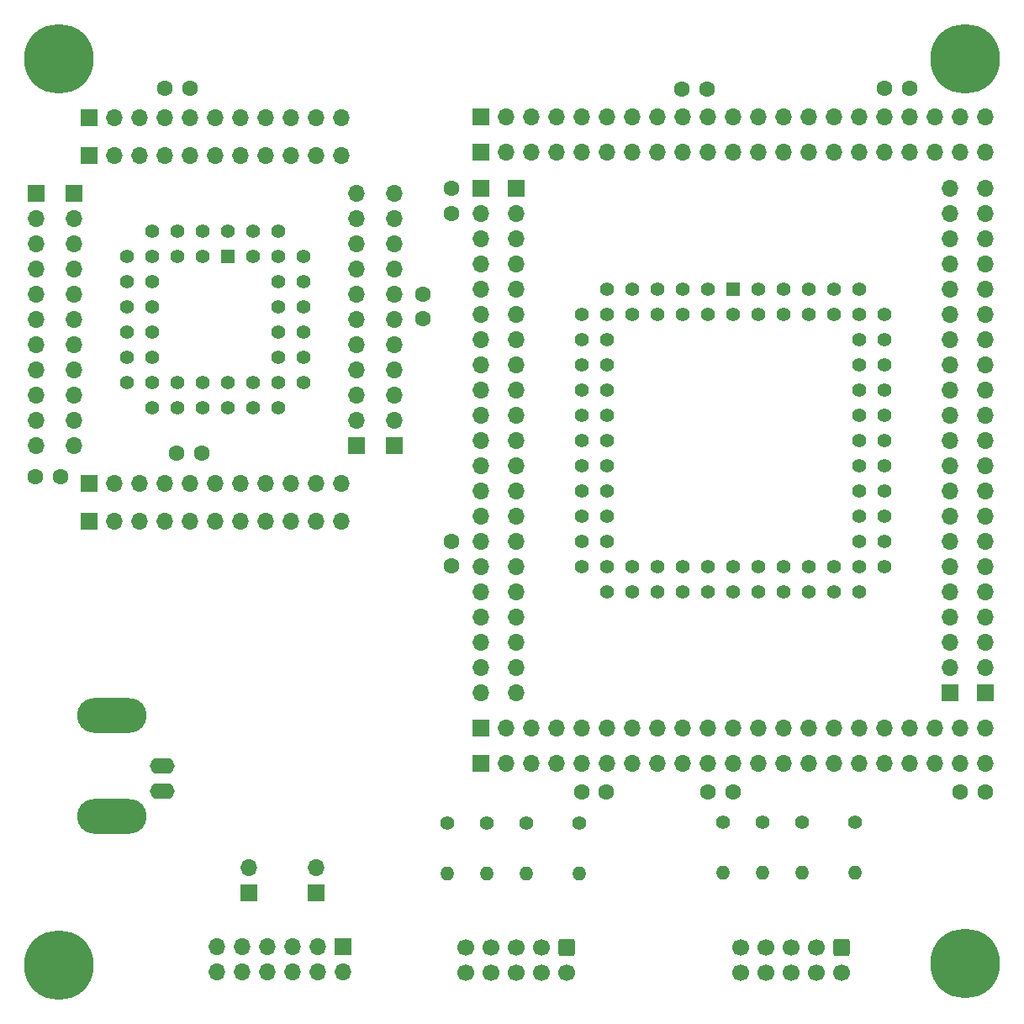
<source format=gts>
G04 #@! TF.GenerationSoftware,KiCad,Pcbnew,8.0.3+1*
G04 #@! TF.CreationDate,2024-08-08T21:54:27+02:00*
G04 #@! TF.ProjectId,EpmDevBoard,45706d44-6576-4426-9f61-72642e6b6963,rev?*
G04 #@! TF.SameCoordinates,Original*
G04 #@! TF.FileFunction,Soldermask,Top*
G04 #@! TF.FilePolarity,Negative*
%FSLAX46Y46*%
G04 Gerber Fmt 4.6, Leading zero omitted, Abs format (unit mm)*
G04 Created by KiCad (PCBNEW 8.0.3+1) date 2024-08-08 21:54:27*
%MOMM*%
%LPD*%
G01*
G04 APERTURE LIST*
G04 Aperture macros list*
%AMRoundRect*
0 Rectangle with rounded corners*
0 $1 Rounding radius*
0 $2 $3 $4 $5 $6 $7 $8 $9 X,Y pos of 4 corners*
0 Add a 4 corners polygon primitive as box body*
4,1,4,$2,$3,$4,$5,$6,$7,$8,$9,$2,$3,0*
0 Add four circle primitives for the rounded corners*
1,1,$1+$1,$2,$3*
1,1,$1+$1,$4,$5*
1,1,$1+$1,$6,$7*
1,1,$1+$1,$8,$9*
0 Add four rect primitives between the rounded corners*
20,1,$1+$1,$2,$3,$4,$5,0*
20,1,$1+$1,$4,$5,$6,$7,0*
20,1,$1+$1,$6,$7,$8,$9,0*
20,1,$1+$1,$8,$9,$2,$3,0*%
G04 Aperture macros list end*
%ADD10O,1.700000X1.700000*%
%ADD11R,1.700000X1.700000*%
%ADD12O,1.400000X1.400000*%
%ADD13C,1.400000*%
%ADD14C,7.000000*%
%ADD15C,1.422400*%
%ADD16R,1.422400X1.422400*%
%ADD17C,1.600000*%
%ADD18C,1.700000*%
%ADD19RoundRect,0.250000X-0.600000X0.600000X-0.600000X-0.600000X0.600000X-0.600000X0.600000X0.600000X0*%
%ADD20O,7.000000X3.500000*%
%ADD21O,2.500000X1.600000*%
G04 APERTURE END LIST*
D10*
X73406000Y-162418500D03*
D11*
X73406000Y-164958500D03*
D10*
X70206000Y-172933500D03*
X70206000Y-170393500D03*
X72746000Y-172933500D03*
X72746000Y-170393500D03*
X75286000Y-172933500D03*
X75286000Y-170393500D03*
X77826000Y-172933500D03*
X77826000Y-170393500D03*
X80366000Y-172933500D03*
X80366000Y-170393500D03*
X82906000Y-172933500D03*
D11*
X82906000Y-170393500D03*
D12*
X129131000Y-162953500D03*
D13*
X129131000Y-157873500D03*
D10*
X100296000Y-144762800D03*
X100296000Y-142222800D03*
X100296000Y-139682800D03*
X100296000Y-137142800D03*
X100296000Y-134602800D03*
X100296000Y-132062800D03*
X100296000Y-129522800D03*
X100296000Y-126982800D03*
X100296000Y-124442800D03*
X100296000Y-121902800D03*
X100296000Y-119362800D03*
X100296000Y-116822800D03*
X100296000Y-114282800D03*
X100296000Y-111742800D03*
X100296000Y-109202800D03*
X100296000Y-106662800D03*
X100296000Y-104122800D03*
X100296000Y-101582800D03*
X100296000Y-99042800D03*
X100296000Y-96502800D03*
D11*
X100296000Y-93962800D03*
D10*
X55810000Y-119865000D03*
X55810000Y-117325000D03*
X55810000Y-114785000D03*
X55810000Y-112245000D03*
X55810000Y-109705000D03*
X55810000Y-107165000D03*
X55810000Y-104625000D03*
X55810000Y-102085000D03*
X55810000Y-99545000D03*
X55810000Y-97005000D03*
D11*
X55810000Y-94465000D03*
D14*
X54300000Y-81000000D03*
D15*
X71304000Y-98275000D03*
X73844000Y-100815000D03*
X73844000Y-98275000D03*
X76384000Y-100815000D03*
X76384000Y-98275000D03*
X78924000Y-100815000D03*
X76384000Y-103355000D03*
X78924000Y-103355000D03*
X76384000Y-105895000D03*
X78924000Y-105895000D03*
X76384000Y-108435000D03*
X78924000Y-108435000D03*
X76384000Y-110975000D03*
X78924000Y-110975000D03*
X76384000Y-113515000D03*
X78924000Y-113515000D03*
X76384000Y-116055000D03*
X73844000Y-113515000D03*
X73844000Y-116055000D03*
X71304000Y-113515000D03*
X71304000Y-116055000D03*
X68764000Y-113515000D03*
X68764000Y-116055000D03*
X66224000Y-113515000D03*
X66224000Y-116055000D03*
X63684000Y-113515000D03*
X63684000Y-116055000D03*
X61144000Y-113515000D03*
X63684000Y-110975000D03*
X61144000Y-110975000D03*
X63684000Y-108435000D03*
X61144000Y-108435000D03*
X63684000Y-105895000D03*
X61144000Y-105895000D03*
X63684000Y-103355000D03*
X61144000Y-103355000D03*
X63684000Y-100815000D03*
X61144000Y-100815000D03*
X63684000Y-98275000D03*
X66224000Y-100815000D03*
X66224000Y-98275000D03*
X68764000Y-100815000D03*
X68764000Y-98275000D03*
D16*
X71304000Y-100815000D03*
D10*
X82734000Y-90655000D03*
X80194000Y-90655000D03*
X77654000Y-90655000D03*
X75114000Y-90655000D03*
X72574000Y-90655000D03*
X70034000Y-90655000D03*
X67494000Y-90655000D03*
X64954000Y-90655000D03*
X62414000Y-90655000D03*
X59874000Y-90655000D03*
D11*
X57334000Y-90655000D03*
D10*
X147540000Y-93962800D03*
X147540000Y-96502800D03*
X147540000Y-99042800D03*
X147540000Y-101582800D03*
X147540000Y-104122800D03*
X147540000Y-106662800D03*
X147540000Y-109202800D03*
X147540000Y-111742800D03*
X147540000Y-114282800D03*
X147540000Y-116822800D03*
X147540000Y-119362800D03*
X147540000Y-121902800D03*
X147540000Y-124442800D03*
X147540000Y-126982800D03*
X147540000Y-129522800D03*
X147540000Y-132062800D03*
X147540000Y-134602800D03*
X147540000Y-137142800D03*
X147540000Y-139682800D03*
X147540000Y-142222800D03*
D11*
X147540000Y-144762800D03*
D17*
X54400000Y-123025000D03*
X51900000Y-123025000D03*
D14*
X145500000Y-172100000D03*
D17*
X137425000Y-83925000D03*
X139925000Y-83925000D03*
X90932000Y-107125000D03*
X90932000Y-104625000D03*
D10*
X82734000Y-86845000D03*
X80194000Y-86845000D03*
X77654000Y-86845000D03*
X75114000Y-86845000D03*
X72574000Y-86845000D03*
X70034000Y-86845000D03*
X67494000Y-86845000D03*
X64954000Y-86845000D03*
X62414000Y-86845000D03*
X59874000Y-86845000D03*
D11*
X57334000Y-86845000D03*
D12*
X125131000Y-162953500D03*
D13*
X125131000Y-157873500D03*
D10*
X147540000Y-148318800D03*
X145000000Y-148318800D03*
X142460000Y-148318800D03*
X139920000Y-148318800D03*
X137380000Y-148318800D03*
X134840000Y-148318800D03*
X132300000Y-148318800D03*
X129760000Y-148318800D03*
X127220000Y-148318800D03*
X124680000Y-148318800D03*
X122140000Y-148318800D03*
X119600000Y-148318800D03*
X117060000Y-148318800D03*
X114520000Y-148318800D03*
X111980000Y-148318800D03*
X109440000Y-148318800D03*
X106900000Y-148318800D03*
X104360000Y-148318800D03*
X101820000Y-148318800D03*
X99280000Y-148318800D03*
D11*
X96740000Y-148318800D03*
D17*
X119650000Y-154750000D03*
X122150000Y-154750000D03*
D12*
X97381000Y-163013500D03*
D13*
X97381000Y-157933500D03*
D17*
X93800000Y-132025000D03*
X93800000Y-129525000D03*
D12*
X134431000Y-162953500D03*
D13*
X134431000Y-157873500D03*
D10*
X84258000Y-94465000D03*
X84258000Y-97005000D03*
X84258000Y-99545000D03*
X84258000Y-102085000D03*
X84258000Y-104625000D03*
X84258000Y-107165000D03*
X84258000Y-109705000D03*
X84258000Y-112245000D03*
X84258000Y-114785000D03*
X84258000Y-117325000D03*
D11*
X84258000Y-119865000D03*
D10*
X96740000Y-144762800D03*
X96740000Y-142222800D03*
X96740000Y-139682800D03*
X96740000Y-137142800D03*
X96740000Y-134602800D03*
X96740000Y-132062800D03*
X96740000Y-129522800D03*
X96740000Y-126982800D03*
X96740000Y-124442800D03*
X96740000Y-121902800D03*
X96740000Y-119362800D03*
X96740000Y-116822800D03*
X96740000Y-114282800D03*
X96740000Y-111742800D03*
X96740000Y-109202800D03*
X96740000Y-106662800D03*
X96740000Y-104122800D03*
X96740000Y-101582800D03*
X96740000Y-99042800D03*
X96740000Y-96502800D03*
D11*
X96740000Y-93962800D03*
D10*
X147540000Y-86800000D03*
X145000000Y-86800000D03*
X142460000Y-86800000D03*
X139920000Y-86800000D03*
X137380000Y-86800000D03*
X134840000Y-86800000D03*
X132300000Y-86800000D03*
X129760000Y-86800000D03*
X127220000Y-86800000D03*
X124680000Y-86800000D03*
X122140000Y-86800000D03*
X119600000Y-86800000D03*
X117060000Y-86800000D03*
X114520000Y-86800000D03*
X111980000Y-86800000D03*
X109440000Y-86800000D03*
X106900000Y-86800000D03*
X104360000Y-86800000D03*
X101820000Y-86800000D03*
X99280000Y-86800000D03*
D11*
X96740000Y-86800000D03*
D12*
X121131000Y-162953500D03*
D13*
X121131000Y-157873500D03*
D17*
X119550000Y-83975000D03*
X117050000Y-83975000D03*
X67450000Y-83925000D03*
X64950000Y-83925000D03*
X93775000Y-94000000D03*
X93775000Y-96500000D03*
X106925000Y-154775000D03*
X109425000Y-154775000D03*
D10*
X52000000Y-119865000D03*
X52000000Y-117325000D03*
X52000000Y-114785000D03*
X52000000Y-112245000D03*
X52000000Y-109705000D03*
X52000000Y-107165000D03*
X52000000Y-104625000D03*
X52000000Y-102085000D03*
X52000000Y-99545000D03*
X52000000Y-97005000D03*
D11*
X52000000Y-94465000D03*
D14*
X145500000Y-81000000D03*
D12*
X93381000Y-163013500D03*
D13*
X93381000Y-157933500D03*
D12*
X101381000Y-163003500D03*
D13*
X101381000Y-157923500D03*
D10*
X82734000Y-123675000D03*
X80194000Y-123675000D03*
X77654000Y-123675000D03*
X75114000Y-123675000D03*
X72574000Y-123675000D03*
X70034000Y-123675000D03*
X67494000Y-123675000D03*
X64954000Y-123675000D03*
X62414000Y-123675000D03*
X59874000Y-123675000D03*
D11*
X57334000Y-123675000D03*
D15*
X124680000Y-106662800D03*
X124680000Y-104122800D03*
X127220000Y-106662800D03*
X127220000Y-104122800D03*
X129760000Y-106662800D03*
X129760000Y-104122800D03*
X132300000Y-106662800D03*
X132300000Y-104122800D03*
X134840000Y-106662800D03*
X134840000Y-104122800D03*
X137380000Y-106662800D03*
X134840000Y-109202800D03*
X137380000Y-109202800D03*
X134840000Y-111742800D03*
X137380000Y-111742800D03*
X134840000Y-114282800D03*
X137380000Y-114282800D03*
X134840000Y-116822800D03*
X137380000Y-116822800D03*
X134840000Y-119362800D03*
X137380000Y-119362800D03*
X134840000Y-121902800D03*
X137380000Y-121902800D03*
X134840000Y-124442800D03*
X137380000Y-124442800D03*
X134840000Y-126982800D03*
X137380000Y-126982800D03*
X134840000Y-129522800D03*
X137380000Y-129522800D03*
X134840000Y-132062800D03*
X137380000Y-132062800D03*
X134840000Y-134602800D03*
X132300000Y-132062800D03*
X132300000Y-134602800D03*
X129760000Y-132062800D03*
X129760000Y-134602800D03*
X127220000Y-132062800D03*
X127220000Y-134602800D03*
X124680000Y-132062800D03*
X124680000Y-134602800D03*
X122140000Y-132062800D03*
X122140000Y-134602800D03*
X119600000Y-132062800D03*
X119600000Y-134602800D03*
X117060000Y-132062800D03*
X117060000Y-134602800D03*
X114520000Y-132062800D03*
X114520000Y-134602800D03*
X111980000Y-132062800D03*
X111980000Y-134602800D03*
X109440000Y-132062800D03*
X109440000Y-134602800D03*
X106900000Y-132062800D03*
X109440000Y-129522800D03*
X106900000Y-129522800D03*
X109440000Y-126982800D03*
X106900000Y-126982800D03*
X109440000Y-124442800D03*
X106900000Y-124442800D03*
X109440000Y-121902800D03*
X106900000Y-121902800D03*
X109440000Y-119362800D03*
X106900000Y-119362800D03*
X109440000Y-116822800D03*
X106900000Y-116822800D03*
X109440000Y-114282800D03*
X106900000Y-114282800D03*
X109440000Y-111742800D03*
X106900000Y-111742800D03*
X109440000Y-109202800D03*
X106900000Y-109202800D03*
X109440000Y-106662800D03*
X106900000Y-106662800D03*
X109440000Y-104122800D03*
X111980000Y-106662800D03*
X111980000Y-104122800D03*
X114520000Y-106662800D03*
X114520000Y-104122800D03*
X117060000Y-106662800D03*
X117060000Y-104122800D03*
X119600000Y-106662800D03*
X119600000Y-104122800D03*
X122140000Y-106662800D03*
D16*
X122140000Y-104122800D03*
D12*
X106681000Y-163013500D03*
D13*
X106681000Y-157933500D03*
D10*
X80156000Y-162418500D03*
D11*
X80156000Y-164958500D03*
D17*
X66150000Y-120625000D03*
X68650000Y-120625000D03*
D18*
X95256000Y-172983500D03*
X95256000Y-170443500D03*
X97796000Y-172983500D03*
X97796000Y-170443500D03*
X100336000Y-172983500D03*
X100336000Y-170443500D03*
X102876000Y-172983500D03*
X102876000Y-170443500D03*
X105416000Y-172983500D03*
D19*
X105416000Y-170443500D03*
D10*
X88068000Y-94465000D03*
X88068000Y-97005000D03*
X88068000Y-99545000D03*
X88068000Y-102085000D03*
X88068000Y-104625000D03*
X88068000Y-107165000D03*
X88068000Y-109705000D03*
X88068000Y-112245000D03*
X88068000Y-114785000D03*
X88068000Y-117325000D03*
D11*
X88068000Y-119865000D03*
D10*
X143984000Y-93962800D03*
X143984000Y-96502800D03*
X143984000Y-99042800D03*
X143984000Y-101582800D03*
X143984000Y-104122800D03*
X143984000Y-106662800D03*
X143984000Y-109202800D03*
X143984000Y-111742800D03*
X143984000Y-114282800D03*
X143984000Y-116822800D03*
X143984000Y-119362800D03*
X143984000Y-121902800D03*
X143984000Y-124442800D03*
X143984000Y-126982800D03*
X143984000Y-129522800D03*
X143984000Y-132062800D03*
X143984000Y-134602800D03*
X143984000Y-137142800D03*
X143984000Y-139682800D03*
X143984000Y-142222800D03*
D11*
X143984000Y-144762800D03*
D10*
X147540000Y-90356000D03*
X145000000Y-90356000D03*
X142460000Y-90356000D03*
X139920000Y-90356000D03*
X137380000Y-90356000D03*
X134840000Y-90356000D03*
X132300000Y-90356000D03*
X129760000Y-90356000D03*
X127220000Y-90356000D03*
X124680000Y-90356000D03*
X122140000Y-90356000D03*
X119600000Y-90356000D03*
X117060000Y-90356000D03*
X114520000Y-90356000D03*
X111980000Y-90356000D03*
X109440000Y-90356000D03*
X106900000Y-90356000D03*
X104360000Y-90356000D03*
X101820000Y-90356000D03*
X99280000Y-90356000D03*
D11*
X96740000Y-90356000D03*
D18*
X122936000Y-172983500D03*
X122936000Y-170443500D03*
X125476000Y-172983500D03*
X125476000Y-170443500D03*
X128016000Y-172983500D03*
X128016000Y-170443500D03*
X130556000Y-172983500D03*
X130556000Y-170443500D03*
X133096000Y-172983500D03*
D19*
X133096000Y-170443500D03*
D14*
X54300000Y-172200000D03*
D20*
X59645000Y-147066000D03*
D21*
X64725000Y-154686000D03*
D20*
X59645000Y-157226000D03*
D21*
X64725000Y-152146000D03*
D17*
X145050000Y-154800000D03*
X147550000Y-154800000D03*
D10*
X147540000Y-151874800D03*
X145000000Y-151874800D03*
X142460000Y-151874800D03*
X139920000Y-151874800D03*
X137380000Y-151874800D03*
X134840000Y-151874800D03*
X132300000Y-151874800D03*
X129760000Y-151874800D03*
X127220000Y-151874800D03*
X124680000Y-151874800D03*
X122140000Y-151874800D03*
X119600000Y-151874800D03*
X117060000Y-151874800D03*
X114520000Y-151874800D03*
X111980000Y-151874800D03*
X109440000Y-151874800D03*
X106900000Y-151874800D03*
X104360000Y-151874800D03*
X101820000Y-151874800D03*
X99280000Y-151874800D03*
D11*
X96740000Y-151874800D03*
D10*
X82734000Y-127485000D03*
X80194000Y-127485000D03*
X77654000Y-127485000D03*
X75114000Y-127485000D03*
X72574000Y-127485000D03*
X70034000Y-127485000D03*
X67494000Y-127485000D03*
X64954000Y-127485000D03*
X62414000Y-127485000D03*
X59874000Y-127485000D03*
D11*
X57334000Y-127485000D03*
M02*

</source>
